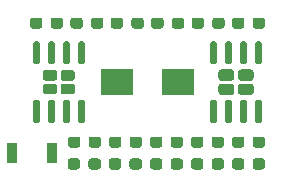
<source format=gbr>
%TF.GenerationSoftware,KiCad,Pcbnew,(5.1.9-0-10_14)*%
%TF.CreationDate,2021-03-17T16:44:50+08:00*%
%TF.ProjectId,Zeeuss,5a656575-7373-42e6-9b69-6361645f7063,rev?*%
%TF.SameCoordinates,Original*%
%TF.FileFunction,Paste,Top*%
%TF.FilePolarity,Positive*%
%FSLAX46Y46*%
G04 Gerber Fmt 4.6, Leading zero omitted, Abs format (unit mm)*
G04 Created by KiCad (PCBNEW (5.1.9-0-10_14)) date 2021-03-17 16:44:50*
%MOMM*%
%LPD*%
G01*
G04 APERTURE LIST*
%ADD10R,0.900000X1.700000*%
%ADD11R,2.700000X2.200000*%
G04 APERTURE END LIST*
%TO.C,C11*%
G36*
G01*
X117225000Y-112682500D02*
X117225000Y-113157500D01*
G75*
G02*
X116987500Y-113395000I-237500J0D01*
G01*
X116412500Y-113395000D01*
G75*
G02*
X116175000Y-113157500I0J237500D01*
G01*
X116175000Y-112682500D01*
G75*
G02*
X116412500Y-112445000I237500J0D01*
G01*
X116987500Y-112445000D01*
G75*
G02*
X117225000Y-112682500I0J-237500D01*
G01*
G37*
G36*
G01*
X118975000Y-112682500D02*
X118975000Y-113157500D01*
G75*
G02*
X118737500Y-113395000I-237500J0D01*
G01*
X118162500Y-113395000D01*
G75*
G02*
X117925000Y-113157500I0J237500D01*
G01*
X117925000Y-112682500D01*
G75*
G02*
X118162500Y-112445000I237500J0D01*
G01*
X118737500Y-112445000D01*
G75*
G02*
X118975000Y-112682500I0J-237500D01*
G01*
G37*
%TD*%
%TO.C,U2*%
G36*
G01*
X103875000Y-106110000D02*
X104625000Y-106110000D01*
G75*
G02*
X104855000Y-106340000I0J-230000D01*
G01*
X104855000Y-106800000D01*
G75*
G02*
X104625000Y-107030000I-230000J0D01*
G01*
X103875000Y-107030000D01*
G75*
G02*
X103645000Y-106800000I0J230000D01*
G01*
X103645000Y-106340000D01*
G75*
G02*
X103875000Y-106110000I230000J0D01*
G01*
G37*
G36*
G01*
X105375000Y-106110000D02*
X106125000Y-106110000D01*
G75*
G02*
X106355000Y-106340000I0J-230000D01*
G01*
X106355000Y-106800000D01*
G75*
G02*
X106125000Y-107030000I-230000J0D01*
G01*
X105375000Y-107030000D01*
G75*
G02*
X105145000Y-106800000I0J230000D01*
G01*
X105145000Y-106340000D01*
G75*
G02*
X105375000Y-106110000I230000J0D01*
G01*
G37*
G36*
G01*
X103875000Y-104970000D02*
X104625000Y-104970000D01*
G75*
G02*
X104855000Y-105200000I0J-230000D01*
G01*
X104855000Y-105660000D01*
G75*
G02*
X104625000Y-105890000I-230000J0D01*
G01*
X103875000Y-105890000D01*
G75*
G02*
X103645000Y-105660000I0J230000D01*
G01*
X103645000Y-105200000D01*
G75*
G02*
X103875000Y-104970000I230000J0D01*
G01*
G37*
G36*
G01*
X105375000Y-104970000D02*
X106125000Y-104970000D01*
G75*
G02*
X106355000Y-105200000I0J-230000D01*
G01*
X106355000Y-105660000D01*
G75*
G02*
X106125000Y-105890000I-230000J0D01*
G01*
X105375000Y-105890000D01*
G75*
G02*
X105145000Y-105660000I0J230000D01*
G01*
X105145000Y-105200000D01*
G75*
G02*
X105375000Y-104970000I230000J0D01*
G01*
G37*
G36*
G01*
X106755000Y-107500000D02*
X107055000Y-107500000D01*
G75*
G02*
X107205000Y-107650000I0J-150000D01*
G01*
X107205000Y-109300000D01*
G75*
G02*
X107055000Y-109450000I-150000J0D01*
G01*
X106755000Y-109450000D01*
G75*
G02*
X106605000Y-109300000I0J150000D01*
G01*
X106605000Y-107650000D01*
G75*
G02*
X106755000Y-107500000I150000J0D01*
G01*
G37*
G36*
G01*
X105485000Y-107500000D02*
X105785000Y-107500000D01*
G75*
G02*
X105935000Y-107650000I0J-150000D01*
G01*
X105935000Y-109300000D01*
G75*
G02*
X105785000Y-109450000I-150000J0D01*
G01*
X105485000Y-109450000D01*
G75*
G02*
X105335000Y-109300000I0J150000D01*
G01*
X105335000Y-107650000D01*
G75*
G02*
X105485000Y-107500000I150000J0D01*
G01*
G37*
G36*
G01*
X104215000Y-107500000D02*
X104515000Y-107500000D01*
G75*
G02*
X104665000Y-107650000I0J-150000D01*
G01*
X104665000Y-109300000D01*
G75*
G02*
X104515000Y-109450000I-150000J0D01*
G01*
X104215000Y-109450000D01*
G75*
G02*
X104065000Y-109300000I0J150000D01*
G01*
X104065000Y-107650000D01*
G75*
G02*
X104215000Y-107500000I150000J0D01*
G01*
G37*
G36*
G01*
X102945000Y-107500000D02*
X103245000Y-107500000D01*
G75*
G02*
X103395000Y-107650000I0J-150000D01*
G01*
X103395000Y-109300000D01*
G75*
G02*
X103245000Y-109450000I-150000J0D01*
G01*
X102945000Y-109450000D01*
G75*
G02*
X102795000Y-109300000I0J150000D01*
G01*
X102795000Y-107650000D01*
G75*
G02*
X102945000Y-107500000I150000J0D01*
G01*
G37*
G36*
G01*
X102945000Y-102550000D02*
X103245000Y-102550000D01*
G75*
G02*
X103395000Y-102700000I0J-150000D01*
G01*
X103395000Y-104350000D01*
G75*
G02*
X103245000Y-104500000I-150000J0D01*
G01*
X102945000Y-104500000D01*
G75*
G02*
X102795000Y-104350000I0J150000D01*
G01*
X102795000Y-102700000D01*
G75*
G02*
X102945000Y-102550000I150000J0D01*
G01*
G37*
G36*
G01*
X104215000Y-102550000D02*
X104515000Y-102550000D01*
G75*
G02*
X104665000Y-102700000I0J-150000D01*
G01*
X104665000Y-104350000D01*
G75*
G02*
X104515000Y-104500000I-150000J0D01*
G01*
X104215000Y-104500000D01*
G75*
G02*
X104065000Y-104350000I0J150000D01*
G01*
X104065000Y-102700000D01*
G75*
G02*
X104215000Y-102550000I150000J0D01*
G01*
G37*
G36*
G01*
X105485000Y-102550000D02*
X105785000Y-102550000D01*
G75*
G02*
X105935000Y-102700000I0J-150000D01*
G01*
X105935000Y-104350000D01*
G75*
G02*
X105785000Y-104500000I-150000J0D01*
G01*
X105485000Y-104500000D01*
G75*
G02*
X105335000Y-104350000I0J150000D01*
G01*
X105335000Y-102700000D01*
G75*
G02*
X105485000Y-102550000I150000J0D01*
G01*
G37*
G36*
G01*
X106755000Y-102550000D02*
X107055000Y-102550000D01*
G75*
G02*
X107205000Y-102700000I0J-150000D01*
G01*
X107205000Y-104350000D01*
G75*
G02*
X107055000Y-104500000I-150000J0D01*
G01*
X106755000Y-104500000D01*
G75*
G02*
X106605000Y-104350000I0J150000D01*
G01*
X106605000Y-102700000D01*
G75*
G02*
X106755000Y-102550000I150000J0D01*
G01*
G37*
%TD*%
%TO.C,U1*%
G36*
G01*
X121247500Y-105885000D02*
X120402500Y-105885000D01*
G75*
G02*
X120160000Y-105642500I0J242500D01*
G01*
X120160000Y-105157500D01*
G75*
G02*
X120402500Y-104915000I242500J0D01*
G01*
X121247500Y-104915000D01*
G75*
G02*
X121490000Y-105157500I0J-242500D01*
G01*
X121490000Y-105642500D01*
G75*
G02*
X121247500Y-105885000I-242500J0D01*
G01*
G37*
G36*
G01*
X119597500Y-105885000D02*
X118752500Y-105885000D01*
G75*
G02*
X118510000Y-105642500I0J242500D01*
G01*
X118510000Y-105157500D01*
G75*
G02*
X118752500Y-104915000I242500J0D01*
G01*
X119597500Y-104915000D01*
G75*
G02*
X119840000Y-105157500I0J-242500D01*
G01*
X119840000Y-105642500D01*
G75*
G02*
X119597500Y-105885000I-242500J0D01*
G01*
G37*
G36*
G01*
X121247500Y-107085000D02*
X120402500Y-107085000D01*
G75*
G02*
X120160000Y-106842500I0J242500D01*
G01*
X120160000Y-106357500D01*
G75*
G02*
X120402500Y-106115000I242500J0D01*
G01*
X121247500Y-106115000D01*
G75*
G02*
X121490000Y-106357500I0J-242500D01*
G01*
X121490000Y-106842500D01*
G75*
G02*
X121247500Y-107085000I-242500J0D01*
G01*
G37*
G36*
G01*
X119597500Y-107085000D02*
X118752500Y-107085000D01*
G75*
G02*
X118510000Y-106842500I0J242500D01*
G01*
X118510000Y-106357500D01*
G75*
G02*
X118752500Y-106115000I242500J0D01*
G01*
X119597500Y-106115000D01*
G75*
G02*
X119840000Y-106357500I0J-242500D01*
G01*
X119840000Y-106842500D01*
G75*
G02*
X119597500Y-107085000I-242500J0D01*
G01*
G37*
G36*
G01*
X118245000Y-104500000D02*
X117945000Y-104500000D01*
G75*
G02*
X117795000Y-104350000I0J150000D01*
G01*
X117795000Y-102700000D01*
G75*
G02*
X117945000Y-102550000I150000J0D01*
G01*
X118245000Y-102550000D01*
G75*
G02*
X118395000Y-102700000I0J-150000D01*
G01*
X118395000Y-104350000D01*
G75*
G02*
X118245000Y-104500000I-150000J0D01*
G01*
G37*
G36*
G01*
X119515000Y-104500000D02*
X119215000Y-104500000D01*
G75*
G02*
X119065000Y-104350000I0J150000D01*
G01*
X119065000Y-102700000D01*
G75*
G02*
X119215000Y-102550000I150000J0D01*
G01*
X119515000Y-102550000D01*
G75*
G02*
X119665000Y-102700000I0J-150000D01*
G01*
X119665000Y-104350000D01*
G75*
G02*
X119515000Y-104500000I-150000J0D01*
G01*
G37*
G36*
G01*
X120785000Y-104500000D02*
X120485000Y-104500000D01*
G75*
G02*
X120335000Y-104350000I0J150000D01*
G01*
X120335000Y-102700000D01*
G75*
G02*
X120485000Y-102550000I150000J0D01*
G01*
X120785000Y-102550000D01*
G75*
G02*
X120935000Y-102700000I0J-150000D01*
G01*
X120935000Y-104350000D01*
G75*
G02*
X120785000Y-104500000I-150000J0D01*
G01*
G37*
G36*
G01*
X122055000Y-104500000D02*
X121755000Y-104500000D01*
G75*
G02*
X121605000Y-104350000I0J150000D01*
G01*
X121605000Y-102700000D01*
G75*
G02*
X121755000Y-102550000I150000J0D01*
G01*
X122055000Y-102550000D01*
G75*
G02*
X122205000Y-102700000I0J-150000D01*
G01*
X122205000Y-104350000D01*
G75*
G02*
X122055000Y-104500000I-150000J0D01*
G01*
G37*
G36*
G01*
X122055000Y-109450000D02*
X121755000Y-109450000D01*
G75*
G02*
X121605000Y-109300000I0J150000D01*
G01*
X121605000Y-107650000D01*
G75*
G02*
X121755000Y-107500000I150000J0D01*
G01*
X122055000Y-107500000D01*
G75*
G02*
X122205000Y-107650000I0J-150000D01*
G01*
X122205000Y-109300000D01*
G75*
G02*
X122055000Y-109450000I-150000J0D01*
G01*
G37*
G36*
G01*
X120785000Y-109450000D02*
X120485000Y-109450000D01*
G75*
G02*
X120335000Y-109300000I0J150000D01*
G01*
X120335000Y-107650000D01*
G75*
G02*
X120485000Y-107500000I150000J0D01*
G01*
X120785000Y-107500000D01*
G75*
G02*
X120935000Y-107650000I0J-150000D01*
G01*
X120935000Y-109300000D01*
G75*
G02*
X120785000Y-109450000I-150000J0D01*
G01*
G37*
G36*
G01*
X119515000Y-109450000D02*
X119215000Y-109450000D01*
G75*
G02*
X119065000Y-109300000I0J150000D01*
G01*
X119065000Y-107650000D01*
G75*
G02*
X119215000Y-107500000I150000J0D01*
G01*
X119515000Y-107500000D01*
G75*
G02*
X119665000Y-107650000I0J-150000D01*
G01*
X119665000Y-109300000D01*
G75*
G02*
X119515000Y-109450000I-150000J0D01*
G01*
G37*
G36*
G01*
X118245000Y-109450000D02*
X117945000Y-109450000D01*
G75*
G02*
X117795000Y-109300000I0J150000D01*
G01*
X117795000Y-107650000D01*
G75*
G02*
X117945000Y-107500000I150000J0D01*
G01*
X118245000Y-107500000D01*
G75*
G02*
X118395000Y-107650000I0J-150000D01*
G01*
X118395000Y-109300000D01*
G75*
G02*
X118245000Y-109450000I-150000J0D01*
G01*
G37*
%TD*%
D10*
%TO.C,SW1*%
X104445000Y-112000000D03*
X101045000Y-112000000D03*
%TD*%
%TO.C,R10*%
G36*
G01*
X121400000Y-113157500D02*
X121400000Y-112682500D01*
G75*
G02*
X121637500Y-112445000I237500J0D01*
G01*
X122212500Y-112445000D01*
G75*
G02*
X122450000Y-112682500I0J-237500D01*
G01*
X122450000Y-113157500D01*
G75*
G02*
X122212500Y-113395000I-237500J0D01*
G01*
X121637500Y-113395000D01*
G75*
G02*
X121400000Y-113157500I0J237500D01*
G01*
G37*
G36*
G01*
X119650000Y-113157500D02*
X119650000Y-112682500D01*
G75*
G02*
X119887500Y-112445000I237500J0D01*
G01*
X120462500Y-112445000D01*
G75*
G02*
X120700000Y-112682500I0J-237500D01*
G01*
X120700000Y-113157500D01*
G75*
G02*
X120462500Y-113395000I-237500J0D01*
G01*
X119887500Y-113395000D01*
G75*
G02*
X119650000Y-113157500I0J237500D01*
G01*
G37*
%TD*%
%TO.C,R9*%
G36*
G01*
X117931250Y-111317500D02*
X117931250Y-110842500D01*
G75*
G02*
X118168750Y-110605000I237500J0D01*
G01*
X118743750Y-110605000D01*
G75*
G02*
X118981250Y-110842500I0J-237500D01*
G01*
X118981250Y-111317500D01*
G75*
G02*
X118743750Y-111555000I-237500J0D01*
G01*
X118168750Y-111555000D01*
G75*
G02*
X117931250Y-111317500I0J237500D01*
G01*
G37*
G36*
G01*
X116181250Y-111317500D02*
X116181250Y-110842500D01*
G75*
G02*
X116418750Y-110605000I237500J0D01*
G01*
X116993750Y-110605000D01*
G75*
G02*
X117231250Y-110842500I0J-237500D01*
G01*
X117231250Y-111317500D01*
G75*
G02*
X116993750Y-111555000I-237500J0D01*
G01*
X116418750Y-111555000D01*
G75*
G02*
X116181250Y-111317500I0J237500D01*
G01*
G37*
%TD*%
%TO.C,R5*%
G36*
G01*
X117280000Y-100762500D02*
X117280000Y-101237500D01*
G75*
G02*
X117042500Y-101475000I-237500J0D01*
G01*
X116467500Y-101475000D01*
G75*
G02*
X116230000Y-101237500I0J237500D01*
G01*
X116230000Y-100762500D01*
G75*
G02*
X116467500Y-100525000I237500J0D01*
G01*
X117042500Y-100525000D01*
G75*
G02*
X117280000Y-100762500I0J-237500D01*
G01*
G37*
G36*
G01*
X119030000Y-100762500D02*
X119030000Y-101237500D01*
G75*
G02*
X118792500Y-101475000I-237500J0D01*
G01*
X118217500Y-101475000D01*
G75*
G02*
X117980000Y-101237500I0J237500D01*
G01*
X117980000Y-100762500D01*
G75*
G02*
X118217500Y-100525000I237500J0D01*
G01*
X118792500Y-100525000D01*
G75*
G02*
X119030000Y-100762500I0J-237500D01*
G01*
G37*
%TD*%
%TO.C,R3*%
G36*
G01*
X106800000Y-112682500D02*
X106800000Y-113157500D01*
G75*
G02*
X106562500Y-113395000I-237500J0D01*
G01*
X105987500Y-113395000D01*
G75*
G02*
X105750000Y-113157500I0J237500D01*
G01*
X105750000Y-112682500D01*
G75*
G02*
X105987500Y-112445000I237500J0D01*
G01*
X106562500Y-112445000D01*
G75*
G02*
X106800000Y-112682500I0J-237500D01*
G01*
G37*
G36*
G01*
X108550000Y-112682500D02*
X108550000Y-113157500D01*
G75*
G02*
X108312500Y-113395000I-237500J0D01*
G01*
X107737500Y-113395000D01*
G75*
G02*
X107500000Y-113157500I0J237500D01*
G01*
X107500000Y-112682500D01*
G75*
G02*
X107737500Y-112445000I237500J0D01*
G01*
X108312500Y-112445000D01*
G75*
G02*
X108550000Y-112682500I0J-237500D01*
G01*
G37*
%TD*%
%TO.C,R1*%
G36*
G01*
X107720000Y-101237500D02*
X107720000Y-100762500D01*
G75*
G02*
X107957500Y-100525000I237500J0D01*
G01*
X108532500Y-100525000D01*
G75*
G02*
X108770000Y-100762500I0J-237500D01*
G01*
X108770000Y-101237500D01*
G75*
G02*
X108532500Y-101475000I-237500J0D01*
G01*
X107957500Y-101475000D01*
G75*
G02*
X107720000Y-101237500I0J237500D01*
G01*
G37*
G36*
G01*
X105970000Y-101237500D02*
X105970000Y-100762500D01*
G75*
G02*
X106207500Y-100525000I237500J0D01*
G01*
X106782500Y-100525000D01*
G75*
G02*
X107020000Y-100762500I0J-237500D01*
G01*
X107020000Y-101237500D01*
G75*
G02*
X106782500Y-101475000I-237500J0D01*
G01*
X106207500Y-101475000D01*
G75*
G02*
X105970000Y-101237500I0J237500D01*
G01*
G37*
%TD*%
D11*
%TO.C,L2*%
X115050000Y-106000000D03*
X109950000Y-106000000D03*
%TD*%
%TO.C,C23*%
G36*
G01*
X121400000Y-111317500D02*
X121400000Y-110842500D01*
G75*
G02*
X121637500Y-110605000I237500J0D01*
G01*
X122212500Y-110605000D01*
G75*
G02*
X122450000Y-110842500I0J-237500D01*
G01*
X122450000Y-111317500D01*
G75*
G02*
X122212500Y-111555000I-237500J0D01*
G01*
X121637500Y-111555000D01*
G75*
G02*
X121400000Y-111317500I0J237500D01*
G01*
G37*
G36*
G01*
X119650000Y-111317500D02*
X119650000Y-110842500D01*
G75*
G02*
X119887500Y-110605000I237500J0D01*
G01*
X120462500Y-110605000D01*
G75*
G02*
X120700000Y-110842500I0J-237500D01*
G01*
X120700000Y-111317500D01*
G75*
G02*
X120462500Y-111555000I-237500J0D01*
G01*
X119887500Y-111555000D01*
G75*
G02*
X119650000Y-111317500I0J237500D01*
G01*
G37*
%TD*%
%TO.C,C22*%
G36*
G01*
X114462500Y-111317500D02*
X114462500Y-110842500D01*
G75*
G02*
X114700000Y-110605000I237500J0D01*
G01*
X115275000Y-110605000D01*
G75*
G02*
X115512500Y-110842500I0J-237500D01*
G01*
X115512500Y-111317500D01*
G75*
G02*
X115275000Y-111555000I-237500J0D01*
G01*
X114700000Y-111555000D01*
G75*
G02*
X114462500Y-111317500I0J237500D01*
G01*
G37*
G36*
G01*
X112712500Y-111317500D02*
X112712500Y-110842500D01*
G75*
G02*
X112950000Y-110605000I237500J0D01*
G01*
X113525000Y-110605000D01*
G75*
G02*
X113762500Y-110842500I0J-237500D01*
G01*
X113762500Y-111317500D01*
G75*
G02*
X113525000Y-111555000I-237500J0D01*
G01*
X112950000Y-111555000D01*
G75*
G02*
X112712500Y-111317500I0J237500D01*
G01*
G37*
%TD*%
%TO.C,C17*%
G36*
G01*
X121400000Y-101237500D02*
X121400000Y-100762500D01*
G75*
G02*
X121637500Y-100525000I237500J0D01*
G01*
X122212500Y-100525000D01*
G75*
G02*
X122450000Y-100762500I0J-237500D01*
G01*
X122450000Y-101237500D01*
G75*
G02*
X122212500Y-101475000I-237500J0D01*
G01*
X121637500Y-101475000D01*
G75*
G02*
X121400000Y-101237500I0J237500D01*
G01*
G37*
G36*
G01*
X119650000Y-101237500D02*
X119650000Y-100762500D01*
G75*
G02*
X119887500Y-100525000I237500J0D01*
G01*
X120462500Y-100525000D01*
G75*
G02*
X120700000Y-100762500I0J-237500D01*
G01*
X120700000Y-101237500D01*
G75*
G02*
X120462500Y-101475000I-237500J0D01*
G01*
X119887500Y-101475000D01*
G75*
G02*
X119650000Y-101237500I0J237500D01*
G01*
G37*
%TD*%
%TO.C,C15*%
G36*
G01*
X113860000Y-100762500D02*
X113860000Y-101237500D01*
G75*
G02*
X113622500Y-101475000I-237500J0D01*
G01*
X113047500Y-101475000D01*
G75*
G02*
X112810000Y-101237500I0J237500D01*
G01*
X112810000Y-100762500D01*
G75*
G02*
X113047500Y-100525000I237500J0D01*
G01*
X113622500Y-100525000D01*
G75*
G02*
X113860000Y-100762500I0J-237500D01*
G01*
G37*
G36*
G01*
X115610000Y-100762500D02*
X115610000Y-101237500D01*
G75*
G02*
X115372500Y-101475000I-237500J0D01*
G01*
X114797500Y-101475000D01*
G75*
G02*
X114560000Y-101237500I0J237500D01*
G01*
X114560000Y-100762500D01*
G75*
G02*
X114797500Y-100525000I237500J0D01*
G01*
X115372500Y-100525000D01*
G75*
G02*
X115610000Y-100762500I0J-237500D01*
G01*
G37*
%TD*%
%TO.C,C9*%
G36*
G01*
X114450000Y-113157500D02*
X114450000Y-112682500D01*
G75*
G02*
X114687500Y-112445000I237500J0D01*
G01*
X115262500Y-112445000D01*
G75*
G02*
X115500000Y-112682500I0J-237500D01*
G01*
X115500000Y-113157500D01*
G75*
G02*
X115262500Y-113395000I-237500J0D01*
G01*
X114687500Y-113395000D01*
G75*
G02*
X114450000Y-113157500I0J237500D01*
G01*
G37*
G36*
G01*
X112700000Y-113157500D02*
X112700000Y-112682500D01*
G75*
G02*
X112937500Y-112445000I237500J0D01*
G01*
X113512500Y-112445000D01*
G75*
G02*
X113750000Y-112682500I0J-237500D01*
G01*
X113750000Y-113157500D01*
G75*
G02*
X113512500Y-113395000I-237500J0D01*
G01*
X112937500Y-113395000D01*
G75*
G02*
X112700000Y-113157500I0J237500D01*
G01*
G37*
%TD*%
%TO.C,C8*%
G36*
G01*
X103600000Y-100762500D02*
X103600000Y-101237500D01*
G75*
G02*
X103362500Y-101475000I-237500J0D01*
G01*
X102787500Y-101475000D01*
G75*
G02*
X102550000Y-101237500I0J237500D01*
G01*
X102550000Y-100762500D01*
G75*
G02*
X102787500Y-100525000I237500J0D01*
G01*
X103362500Y-100525000D01*
G75*
G02*
X103600000Y-100762500I0J-237500D01*
G01*
G37*
G36*
G01*
X105350000Y-100762500D02*
X105350000Y-101237500D01*
G75*
G02*
X105112500Y-101475000I-237500J0D01*
G01*
X104537500Y-101475000D01*
G75*
G02*
X104300000Y-101237500I0J237500D01*
G01*
X104300000Y-100762500D01*
G75*
G02*
X104537500Y-100525000I237500J0D01*
G01*
X105112500Y-100525000D01*
G75*
G02*
X105350000Y-100762500I0J-237500D01*
G01*
G37*
%TD*%
%TO.C,C7*%
G36*
G01*
X110293750Y-110842500D02*
X110293750Y-111317500D01*
G75*
G02*
X110056250Y-111555000I-237500J0D01*
G01*
X109481250Y-111555000D01*
G75*
G02*
X109243750Y-111317500I0J237500D01*
G01*
X109243750Y-110842500D01*
G75*
G02*
X109481250Y-110605000I237500J0D01*
G01*
X110056250Y-110605000D01*
G75*
G02*
X110293750Y-110842500I0J-237500D01*
G01*
G37*
G36*
G01*
X112043750Y-110842500D02*
X112043750Y-111317500D01*
G75*
G02*
X111806250Y-111555000I-237500J0D01*
G01*
X111231250Y-111555000D01*
G75*
G02*
X110993750Y-111317500I0J237500D01*
G01*
X110993750Y-110842500D01*
G75*
G02*
X111231250Y-110605000I237500J0D01*
G01*
X111806250Y-110605000D01*
G75*
G02*
X112043750Y-110842500I0J-237500D01*
G01*
G37*
%TD*%
%TO.C,C6*%
G36*
G01*
X111140000Y-101237500D02*
X111140000Y-100762500D01*
G75*
G02*
X111377500Y-100525000I237500J0D01*
G01*
X111952500Y-100525000D01*
G75*
G02*
X112190000Y-100762500I0J-237500D01*
G01*
X112190000Y-101237500D01*
G75*
G02*
X111952500Y-101475000I-237500J0D01*
G01*
X111377500Y-101475000D01*
G75*
G02*
X111140000Y-101237500I0J237500D01*
G01*
G37*
G36*
G01*
X109390000Y-101237500D02*
X109390000Y-100762500D01*
G75*
G02*
X109627500Y-100525000I237500J0D01*
G01*
X110202500Y-100525000D01*
G75*
G02*
X110440000Y-100762500I0J-237500D01*
G01*
X110440000Y-101237500D01*
G75*
G02*
X110202500Y-101475000I-237500J0D01*
G01*
X109627500Y-101475000D01*
G75*
G02*
X109390000Y-101237500I0J237500D01*
G01*
G37*
%TD*%
%TO.C,C4*%
G36*
G01*
X107525000Y-111317500D02*
X107525000Y-110842500D01*
G75*
G02*
X107762500Y-110605000I237500J0D01*
G01*
X108337500Y-110605000D01*
G75*
G02*
X108575000Y-110842500I0J-237500D01*
G01*
X108575000Y-111317500D01*
G75*
G02*
X108337500Y-111555000I-237500J0D01*
G01*
X107762500Y-111555000D01*
G75*
G02*
X107525000Y-111317500I0J237500D01*
G01*
G37*
G36*
G01*
X105775000Y-111317500D02*
X105775000Y-110842500D01*
G75*
G02*
X106012500Y-110605000I237500J0D01*
G01*
X106587500Y-110605000D01*
G75*
G02*
X106825000Y-110842500I0J-237500D01*
G01*
X106825000Y-111317500D01*
G75*
G02*
X106587500Y-111555000I-237500J0D01*
G01*
X106012500Y-111555000D01*
G75*
G02*
X105775000Y-111317500I0J237500D01*
G01*
G37*
%TD*%
%TO.C,C3*%
G36*
G01*
X110275000Y-112682500D02*
X110275000Y-113157500D01*
G75*
G02*
X110037500Y-113395000I-237500J0D01*
G01*
X109462500Y-113395000D01*
G75*
G02*
X109225000Y-113157500I0J237500D01*
G01*
X109225000Y-112682500D01*
G75*
G02*
X109462500Y-112445000I237500J0D01*
G01*
X110037500Y-112445000D01*
G75*
G02*
X110275000Y-112682500I0J-237500D01*
G01*
G37*
G36*
G01*
X112025000Y-112682500D02*
X112025000Y-113157500D01*
G75*
G02*
X111787500Y-113395000I-237500J0D01*
G01*
X111212500Y-113395000D01*
G75*
G02*
X110975000Y-113157500I0J237500D01*
G01*
X110975000Y-112682500D01*
G75*
G02*
X111212500Y-112445000I237500J0D01*
G01*
X111787500Y-112445000D01*
G75*
G02*
X112025000Y-112682500I0J-237500D01*
G01*
G37*
%TD*%
M02*

</source>
